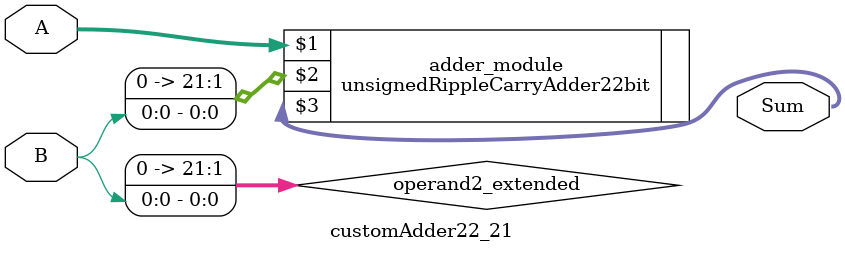
<source format=v>

module customAdder22_21(
                    input [21 : 0] A,
                    input [0 : 0] B,
                    
                    output [22 : 0] Sum
            );

    wire [21 : 0] operand2_extended;
    
    assign operand2_extended =  {21'b0, B};
    
    unsignedRippleCarryAdder22bit adder_module(
        A,
        operand2_extended,
        Sum
    );
    
endmodule
        
</source>
